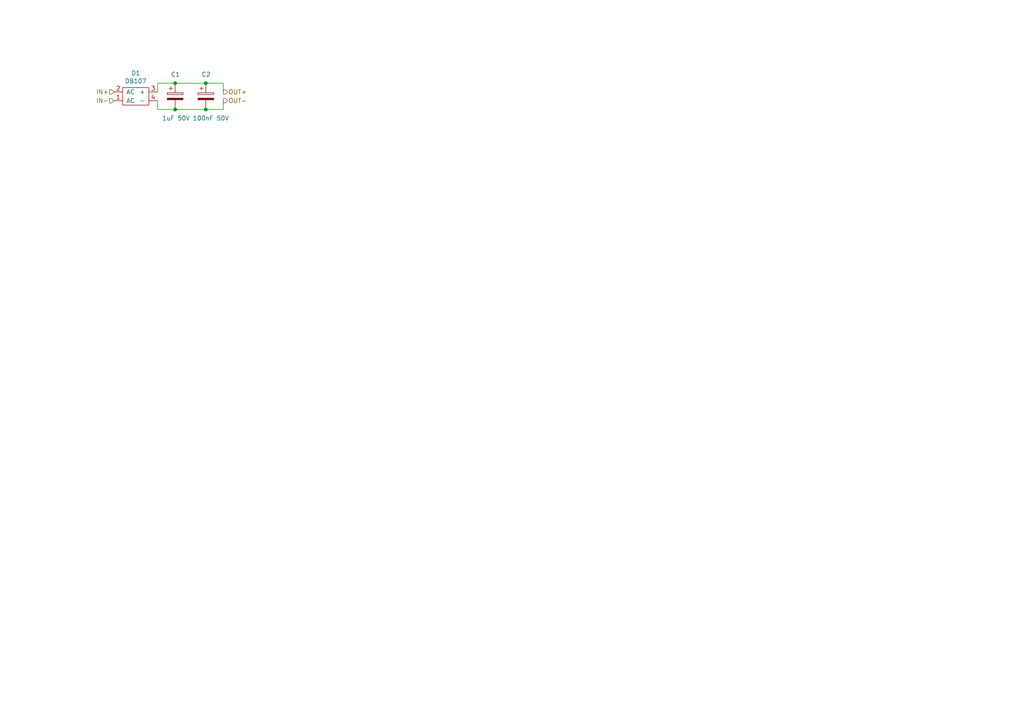
<source format=kicad_sch>
(kicad_sch (version 20210621) (generator eeschema)
  (paper "A4")
  (lib_symbols
    (symbol "Device:C_Polarized" (pin_numbers hide) (pin_names (offset 0.254))
      (property "Reference" "C" (at 0.635 2.54 0))
      (property "Value" "C_Polarized" (at 0.635 -2.54 0))
      (symbol "C_Polarized_0_1"
        (rectangle (start -2.286 0.508) (end 2.286 1.016))
        (rectangle (start 2.286 -0.508) (end -2.286 -1.016) (fill (type outline)))
        (polyline (pts (xy -1.778 2.286) (xy -0.762 2.286)))
        (polyline (pts (xy -1.27 2.794) (xy -1.27 1.778)))
      )
      (symbol "C_Polarized_1_1"
        (pin passive line (at 0 3.81 270) (length 2.794) (name "~") (number "1"))
        (pin passive line (at 0 -3.81 90) (length 2.794) (name "~") (number "2"))
      )
    )
    (symbol "custom:DB107" (pin_names (offset 1.016))
      (property "Reference" "D" (at -2.54 3.81 0))
      (property "Value" "DB107" (at 0 -3.81 0))
      (symbol "DB107_0_1"
        (rectangle (start -3.81 2.54) (end 3.81 -2.54))
        (rectangle (start 6.35 -1.27) (end 6.35 -1.27))
      )
      (symbol "DB107_1_1"
        (pin power_in line (at -6.35 1.27 0) (length 2.54) (name "AC") (number "1"))
        (pin power_in line (at -6.35 -1.27 0) (length 2.54) (name "AC") (number "2"))
        (pin power_out line (at 6.35 -1.27 180) (length 2.54) (name "+") (number "3"))
        (pin power_out line (at 6.35 1.27 180) (length 2.54) (name "-") (number "4"))
      )
    )
  )
  (junction (at 50.8 24.13) (diameter 0.9144))
  (junction (at 50.8 31.75) (diameter 0.9144))
  (junction (at 59.69 24.13) (diameter 0.9144))
  (junction (at 59.69 31.75) (diameter 0.9144))
  (wire (pts (xy 45.72 24.13) (xy 50.8 24.13)))
  (wire (pts (xy 45.72 26.67) (xy 45.72 24.13)))
  (wire (pts (xy 45.72 29.21) (xy 45.72 31.75)))
  (wire (pts (xy 45.72 31.75) (xy 50.8 31.75)))
  (wire (pts (xy 50.8 24.13) (xy 59.69 24.13)))
  (wire (pts (xy 50.8 31.75) (xy 59.69 31.75)))
  (wire (pts (xy 59.69 24.13) (xy 64.77 24.13)))
  (wire (pts (xy 59.69 31.75) (xy 64.77 31.75)))
  (wire (pts (xy 64.77 24.13) (xy 64.77 26.67)))
  (wire (pts (xy 64.77 31.75) (xy 64.77 29.21)))
  (hierarchical_label "IN+" (shape input) (at 33.02 26.67 180))
  (hierarchical_label "IN-" (shape input) (at 33.02 29.21 180))
  (hierarchical_label "OUT+" (shape output) (at 64.77 26.67 0))
  (hierarchical_label "OUT-" (shape output) (at 64.77 29.21 0))
  (symbol (lib_id "Device:C_Polarized") (at 50.8 27.94 0) (unit 1)
    (property "Reference" "C1" (at 49.53 21.59 0) (effects (justify left)))
    (property "Value" "1uF 50V" (at 46.99 34.29 0) (effects (justify left)))
    (property "Footprint" "Capacitor_THT:CP_Radial_D5.0mm_P2.50mm" (effects hide))
  )
  (symbol (lib_id "Device:C_Polarized") (at 59.69 27.94 0) (unit 1)
    (property "Reference" "C2" (at 58.42 21.59 0) (effects (justify left)))
    (property "Value" "100nF 50V" (at 55.88 34.29 0) (effects (justify left)))
    (property "Footprint" "Capacitor_THT:C_Rect_L7.0mm_W2.0mm_P5.00mm" (effects hide))
  )
  (symbol (lib_id "custom:DB107") (at 39.37 27.94 0) (mirror x) (unit 1)
    (property "Reference" "D1" (at 39.37 21.209 0))
    (property "Value" "DB107" (at 39.37 23.5204 0))
    (property "Footprint" "custom:DB107" (effects hide))
  )
)
</source>
